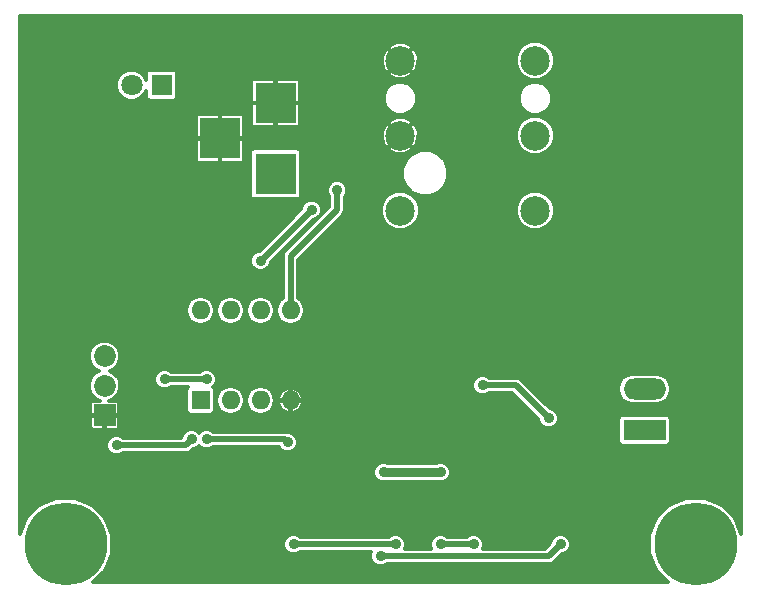
<source format=gbl>
G04 #@! TF.FileFunction,Copper,L2,Bot,Signal*
%FSLAX46Y46*%
G04 Gerber Fmt 4.6, Leading zero omitted, Abs format (unit mm)*
G04 Created by KiCad (PCBNEW 4.0.7) date 08/01/18 14:34:15*
%MOMM*%
%LPD*%
G01*
G04 APERTURE LIST*
%ADD10C,0.150000*%
%ADD11R,1.600000X1.600000*%
%ADD12O,1.600000X1.600000*%
%ADD13R,3.600000X1.800000*%
%ADD14O,3.600000X1.800000*%
%ADD15R,1.800000X1.800000*%
%ADD16C,1.800000*%
%ADD17C,2.500000*%
%ADD18R,3.500000X3.500000*%
%ADD19R,1.850000X1.850000*%
%ADD20C,1.850000*%
%ADD21C,7.000000*%
%ADD22C,0.889000*%
%ADD23C,1.270000*%
%ADD24C,0.508000*%
%ADD25C,0.762000*%
%ADD26C,0.304800*%
G04 APERTURE END LIST*
D10*
D11*
X66548000Y-83820000D03*
D12*
X74168000Y-76200000D03*
X69088000Y-83820000D03*
X71628000Y-76200000D03*
X71628000Y-83820000D03*
X69088000Y-76200000D03*
X74168000Y-83820000D03*
X66548000Y-76200000D03*
D13*
X104140000Y-86360000D03*
D14*
X104140000Y-82860000D03*
D15*
X63246000Y-57150000D03*
D16*
X60706000Y-57150000D03*
D17*
X83448000Y-55050000D03*
X83448000Y-61400000D03*
X83448000Y-67750000D03*
X94878000Y-55050000D03*
X94878000Y-61400000D03*
X94878000Y-67750000D03*
D18*
X72898000Y-64643000D03*
X72898000Y-58643000D03*
X68198000Y-61643000D03*
D19*
X58420000Y-85090000D03*
D20*
X58420000Y-82590000D03*
X58420000Y-80090000D03*
D21*
X55118000Y-96012000D03*
X108458000Y-96012000D03*
D22*
X67056000Y-82042000D03*
X63500000Y-82042000D03*
X59436000Y-87630000D03*
X65786000Y-87122000D03*
X67056000Y-87122000D03*
X73914000Y-87376000D03*
X67564000Y-69088000D03*
X68453000Y-72771000D03*
X78486000Y-71501000D03*
X78359000Y-68834000D03*
X80645000Y-70104000D03*
X79248000Y-66167000D03*
X85598000Y-85598000D03*
X80518000Y-86614000D03*
X76454000Y-90424000D03*
X76454000Y-91694000D03*
X72390000Y-90424000D03*
X72390000Y-89154000D03*
X70104000Y-86106000D03*
X72390000Y-96774000D03*
X67056000Y-95504000D03*
X67056000Y-94234000D03*
X60706000Y-96774000D03*
X61976000Y-86614000D03*
X61214000Y-66040000D03*
X60198000Y-66040000D03*
X59182000Y-66548000D03*
X59182000Y-67564000D03*
X59182000Y-68580000D03*
X59182000Y-69596000D03*
X59182000Y-70612000D03*
X59182000Y-71628000D03*
X59182000Y-72644000D03*
X60198000Y-72644000D03*
X61214000Y-72644000D03*
X62230000Y-72644000D03*
X63246000Y-72644000D03*
X64262000Y-72644000D03*
X65278000Y-72644000D03*
X65278000Y-71628000D03*
X65278000Y-70612000D03*
X65278000Y-69596000D03*
X65278000Y-68580000D03*
X65278000Y-67564000D03*
X65278000Y-66548000D03*
X64262000Y-66040000D03*
X63246000Y-66040000D03*
X62230000Y-66040000D03*
X62738000Y-76454000D03*
X61468000Y-85344000D03*
X53340000Y-68580000D03*
X55880000Y-68580000D03*
X54610000Y-71120000D03*
X54610000Y-66548000D03*
X88138000Y-74930000D03*
X88138000Y-79248000D03*
X89662000Y-76962000D03*
X86614000Y-76962000D03*
X83058000Y-93726000D03*
D23*
X89408000Y-93472000D03*
X89408000Y-92202000D03*
D22*
X95758000Y-93726000D03*
X93472000Y-86614000D03*
X55372000Y-56388000D03*
X54864000Y-59944000D03*
X68326000Y-62738000D03*
X90424000Y-82550000D03*
X96012000Y-85344000D03*
X75946000Y-67691000D03*
X71628000Y-72009000D03*
X78105000Y-66040000D03*
X82042000Y-89916000D03*
X86868000Y-89916000D03*
X74422000Y-96012000D03*
X83058000Y-96012000D03*
X86868000Y-96012000D03*
X89662000Y-96012000D03*
X81788000Y-97028000D03*
X97028000Y-96012000D03*
D24*
X67056000Y-82042000D02*
X63500000Y-82042000D01*
X65278000Y-87630000D02*
X59436000Y-87630000D01*
X65786000Y-87122000D02*
X65278000Y-87630000D01*
X73660000Y-87122000D02*
X67056000Y-87122000D01*
X73914000Y-87376000D02*
X73660000Y-87122000D01*
X60198000Y-66040000D02*
X61214000Y-66040000D01*
X59182000Y-67564000D02*
X59182000Y-66548000D01*
X59182000Y-69596000D02*
X59182000Y-68580000D01*
X59182000Y-71628000D02*
X59182000Y-70612000D01*
X60198000Y-72644000D02*
X59182000Y-72644000D01*
X62230000Y-72644000D02*
X61214000Y-72644000D01*
X64262000Y-72644000D02*
X63246000Y-72644000D01*
X65278000Y-71628000D02*
X65278000Y-72644000D01*
X65278000Y-69596000D02*
X65278000Y-70612000D01*
X65278000Y-67564000D02*
X65278000Y-68580000D01*
X64770000Y-66548000D02*
X65278000Y-66548000D01*
X64262000Y-66040000D02*
X64770000Y-66548000D01*
X62230000Y-66040000D02*
X63246000Y-66040000D01*
X93218000Y-82550000D02*
X90424000Y-82550000D01*
X96012000Y-85344000D02*
X93218000Y-82550000D01*
X71628000Y-72009000D02*
X75946000Y-67691000D01*
X74168000Y-76200000D02*
X74168000Y-71628000D01*
X78105000Y-67691000D02*
X78105000Y-66040000D01*
X74168000Y-71628000D02*
X78105000Y-67691000D01*
D25*
X86868000Y-89916000D02*
X82042000Y-89916000D01*
D24*
X83058000Y-96012000D02*
X74422000Y-96012000D01*
X89662000Y-96012000D02*
X86868000Y-96012000D01*
X96012000Y-97028000D02*
X81788000Y-97028000D01*
X97028000Y-96012000D02*
X96012000Y-97028000D01*
D26*
G36*
X112319600Y-95128315D02*
X111771616Y-93802093D01*
X110673687Y-92702246D01*
X109238440Y-92106279D01*
X107684378Y-92104923D01*
X106248093Y-92698384D01*
X105148246Y-93796313D01*
X104552279Y-95231560D01*
X104550923Y-96785622D01*
X105144384Y-98221907D01*
X106159304Y-99238600D01*
X57415075Y-99238600D01*
X58427754Y-98227687D01*
X59023721Y-96792440D01*
X59024254Y-96180512D01*
X73570953Y-96180512D01*
X73700222Y-96493366D01*
X73939375Y-96732937D01*
X74252003Y-96862752D01*
X74590512Y-96863047D01*
X74903366Y-96733778D01*
X74964851Y-96672400D01*
X81014317Y-96672400D01*
X80937248Y-96858003D01*
X80936953Y-97196512D01*
X81066222Y-97509366D01*
X81305375Y-97748937D01*
X81618003Y-97878752D01*
X81956512Y-97879047D01*
X82269366Y-97749778D01*
X82330851Y-97688400D01*
X96012000Y-97688400D01*
X96264724Y-97638130D01*
X96478973Y-97494973D01*
X97110974Y-96862972D01*
X97196512Y-96863047D01*
X97509366Y-96733778D01*
X97748937Y-96494625D01*
X97878752Y-96181997D01*
X97879047Y-95843488D01*
X97749778Y-95530634D01*
X97510625Y-95291063D01*
X97197997Y-95161248D01*
X96859488Y-95160953D01*
X96546634Y-95290222D01*
X96307063Y-95529375D01*
X96177248Y-95842003D01*
X96177172Y-95928882D01*
X95738454Y-96367600D01*
X90435683Y-96367600D01*
X90512752Y-96181997D01*
X90513047Y-95843488D01*
X90383778Y-95530634D01*
X90144625Y-95291063D01*
X89831997Y-95161248D01*
X89493488Y-95160953D01*
X89180634Y-95290222D01*
X89119149Y-95351600D01*
X87411056Y-95351600D01*
X87350625Y-95291063D01*
X87037997Y-95161248D01*
X86699488Y-95160953D01*
X86386634Y-95290222D01*
X86147063Y-95529375D01*
X86017248Y-95842003D01*
X86016953Y-96180512D01*
X86094256Y-96367600D01*
X83831683Y-96367600D01*
X83908752Y-96181997D01*
X83909047Y-95843488D01*
X83779778Y-95530634D01*
X83540625Y-95291063D01*
X83227997Y-95161248D01*
X82889488Y-95160953D01*
X82576634Y-95290222D01*
X82515149Y-95351600D01*
X74965056Y-95351600D01*
X74904625Y-95291063D01*
X74591997Y-95161248D01*
X74253488Y-95160953D01*
X73940634Y-95290222D01*
X73701063Y-95529375D01*
X73571248Y-95842003D01*
X73570953Y-96180512D01*
X59024254Y-96180512D01*
X59025077Y-95238378D01*
X58431616Y-93802093D01*
X57333687Y-92702246D01*
X55898440Y-92106279D01*
X54344378Y-92104923D01*
X52908093Y-92698384D01*
X51808246Y-93796313D01*
X51256400Y-95125305D01*
X51256400Y-90084512D01*
X81190953Y-90084512D01*
X81320222Y-90397366D01*
X81559375Y-90636937D01*
X81872003Y-90766752D01*
X82210512Y-90767047D01*
X82364549Y-90703400D01*
X86545435Y-90703400D01*
X86698003Y-90766752D01*
X87036512Y-90767047D01*
X87349366Y-90637778D01*
X87588937Y-90398625D01*
X87718752Y-90085997D01*
X87719047Y-89747488D01*
X87589778Y-89434634D01*
X87350625Y-89195063D01*
X87037997Y-89065248D01*
X86699488Y-89064953D01*
X86545451Y-89128600D01*
X82364565Y-89128600D01*
X82211997Y-89065248D01*
X81873488Y-89064953D01*
X81560634Y-89194222D01*
X81321063Y-89433375D01*
X81191248Y-89746003D01*
X81190953Y-90084512D01*
X51256400Y-90084512D01*
X51256400Y-87798512D01*
X58584953Y-87798512D01*
X58714222Y-88111366D01*
X58953375Y-88350937D01*
X59266003Y-88480752D01*
X59604512Y-88481047D01*
X59917366Y-88351778D01*
X59978851Y-88290400D01*
X65278000Y-88290400D01*
X65530724Y-88240130D01*
X65744973Y-88096973D01*
X65868974Y-87972972D01*
X65954512Y-87973047D01*
X66267366Y-87843778D01*
X66421058Y-87690354D01*
X66573375Y-87842937D01*
X66886003Y-87972752D01*
X67224512Y-87973047D01*
X67537366Y-87843778D01*
X67598851Y-87782400D01*
X73161247Y-87782400D01*
X73192222Y-87857366D01*
X73431375Y-88096937D01*
X73744003Y-88226752D01*
X74082512Y-88227047D01*
X74395366Y-88097778D01*
X74634937Y-87858625D01*
X74764752Y-87545997D01*
X74765047Y-87207488D01*
X74635778Y-86894634D01*
X74396625Y-86655063D01*
X74083997Y-86525248D01*
X73932548Y-86525116D01*
X73912724Y-86511870D01*
X73660000Y-86461600D01*
X67599056Y-86461600D01*
X67538625Y-86401063D01*
X67225997Y-86271248D01*
X66887488Y-86270953D01*
X66574634Y-86400222D01*
X66420942Y-86553646D01*
X66268625Y-86401063D01*
X65955997Y-86271248D01*
X65617488Y-86270953D01*
X65304634Y-86400222D01*
X65065063Y-86639375D01*
X64935248Y-86952003D01*
X64935233Y-86969600D01*
X59979056Y-86969600D01*
X59918625Y-86909063D01*
X59605997Y-86779248D01*
X59267488Y-86778953D01*
X58954634Y-86908222D01*
X58715063Y-87147375D01*
X58585248Y-87460003D01*
X58584953Y-87798512D01*
X51256400Y-87798512D01*
X51256400Y-85204300D01*
X57190200Y-85204300D01*
X57190200Y-86075628D01*
X57236603Y-86187655D01*
X57322344Y-86273397D01*
X57434371Y-86319800D01*
X58305700Y-86319800D01*
X58381900Y-86243600D01*
X58381900Y-85128100D01*
X58458100Y-85128100D01*
X58458100Y-86243600D01*
X58534300Y-86319800D01*
X59405629Y-86319800D01*
X59517656Y-86273397D01*
X59603397Y-86187655D01*
X59649800Y-86075628D01*
X59649800Y-85204300D01*
X59573600Y-85128100D01*
X58458100Y-85128100D01*
X58381900Y-85128100D01*
X57266400Y-85128100D01*
X57190200Y-85204300D01*
X51256400Y-85204300D01*
X51256400Y-80353670D01*
X57088369Y-80353670D01*
X57290636Y-80843192D01*
X57664838Y-81218048D01*
X57958649Y-81340049D01*
X57666808Y-81460636D01*
X57291952Y-81834838D01*
X57088831Y-82324006D01*
X57088369Y-82853670D01*
X57290636Y-83343192D01*
X57664838Y-83718048D01*
X58007177Y-83860200D01*
X57434371Y-83860200D01*
X57322344Y-83906603D01*
X57236603Y-83992345D01*
X57190200Y-84104372D01*
X57190200Y-84975700D01*
X57266400Y-85051900D01*
X58381900Y-85051900D01*
X58381900Y-85031900D01*
X58458100Y-85031900D01*
X58458100Y-85051900D01*
X59573600Y-85051900D01*
X59649800Y-84975700D01*
X59649800Y-84104372D01*
X59603397Y-83992345D01*
X59517656Y-83906603D01*
X59405629Y-83860200D01*
X58832344Y-83860200D01*
X59173192Y-83719364D01*
X59548048Y-83345162D01*
X59751169Y-82855994D01*
X59751631Y-82326330D01*
X59703776Y-82210512D01*
X62648953Y-82210512D01*
X62778222Y-82523366D01*
X63017375Y-82762937D01*
X63330003Y-82892752D01*
X63668512Y-82893047D01*
X63981366Y-82763778D01*
X64042851Y-82702400D01*
X65491065Y-82702400D01*
X65459078Y-82722983D01*
X65366285Y-82858790D01*
X65333639Y-83020000D01*
X65333639Y-84620000D01*
X65361977Y-84770603D01*
X65450983Y-84908922D01*
X65586790Y-85001715D01*
X65748000Y-85034361D01*
X67348000Y-85034361D01*
X67498603Y-85006023D01*
X67636922Y-84917017D01*
X67729715Y-84781210D01*
X67762361Y-84620000D01*
X67762361Y-83796365D01*
X67881600Y-83796365D01*
X67881600Y-83843635D01*
X67973432Y-84305304D01*
X68234946Y-84696689D01*
X68626331Y-84958203D01*
X69088000Y-85050035D01*
X69549669Y-84958203D01*
X69941054Y-84696689D01*
X70202568Y-84305304D01*
X70294400Y-83843635D01*
X70294400Y-83796365D01*
X70421600Y-83796365D01*
X70421600Y-83843635D01*
X70513432Y-84305304D01*
X70774946Y-84696689D01*
X71166331Y-84958203D01*
X71628000Y-85050035D01*
X72089669Y-84958203D01*
X72481054Y-84696689D01*
X72742568Y-84305304D01*
X72797258Y-84030358D01*
X73083407Y-84030358D01*
X73246467Y-84429401D01*
X73549822Y-84735669D01*
X73947289Y-84902534D01*
X73957643Y-84904589D01*
X74129900Y-84847894D01*
X74129900Y-83858100D01*
X74206100Y-83858100D01*
X74206100Y-84847894D01*
X74378357Y-84904589D01*
X74388711Y-84902534D01*
X74786178Y-84735669D01*
X75089533Y-84429401D01*
X75252593Y-84030358D01*
X75195947Y-83858100D01*
X74206100Y-83858100D01*
X74129900Y-83858100D01*
X73140053Y-83858100D01*
X73083407Y-84030358D01*
X72797258Y-84030358D01*
X72834400Y-83843635D01*
X72834400Y-83796365D01*
X72797259Y-83609642D01*
X73083407Y-83609642D01*
X73140053Y-83781900D01*
X74129900Y-83781900D01*
X74129900Y-82792106D01*
X74206100Y-82792106D01*
X74206100Y-83781900D01*
X75195947Y-83781900D01*
X75252593Y-83609642D01*
X75089533Y-83210599D01*
X74786178Y-82904331D01*
X74388711Y-82737466D01*
X74378357Y-82735411D01*
X74206100Y-82792106D01*
X74129900Y-82792106D01*
X73957643Y-82735411D01*
X73947289Y-82737466D01*
X73549822Y-82904331D01*
X73246467Y-83210599D01*
X73083407Y-83609642D01*
X72797259Y-83609642D01*
X72742568Y-83334696D01*
X72481054Y-82943311D01*
X72144618Y-82718512D01*
X89572953Y-82718512D01*
X89702222Y-83031366D01*
X89941375Y-83270937D01*
X90254003Y-83400752D01*
X90592512Y-83401047D01*
X90905366Y-83271778D01*
X90966851Y-83210400D01*
X92944454Y-83210400D01*
X95161028Y-85426974D01*
X95160953Y-85512512D01*
X95290222Y-85825366D01*
X95529375Y-86064937D01*
X95842003Y-86194752D01*
X96180512Y-86195047D01*
X96493366Y-86065778D01*
X96732937Y-85826625D01*
X96862752Y-85513997D01*
X96862799Y-85460000D01*
X101925639Y-85460000D01*
X101925639Y-87260000D01*
X101953977Y-87410603D01*
X102042983Y-87548922D01*
X102178790Y-87641715D01*
X102340000Y-87674361D01*
X105940000Y-87674361D01*
X106090603Y-87646023D01*
X106228922Y-87557017D01*
X106321715Y-87421210D01*
X106354361Y-87260000D01*
X106354361Y-85460000D01*
X106326023Y-85309397D01*
X106237017Y-85171078D01*
X106101210Y-85078285D01*
X105940000Y-85045639D01*
X102340000Y-85045639D01*
X102189397Y-85073977D01*
X102051078Y-85162983D01*
X101958285Y-85298790D01*
X101925639Y-85460000D01*
X96862799Y-85460000D01*
X96863047Y-85175488D01*
X96733778Y-84862634D01*
X96494625Y-84623063D01*
X96181997Y-84493248D01*
X96095119Y-84493172D01*
X94461947Y-82860000D01*
X101890374Y-82860000D01*
X101989818Y-83359938D01*
X102273010Y-83783764D01*
X102696836Y-84066956D01*
X103196774Y-84166400D01*
X105083226Y-84166400D01*
X105583164Y-84066956D01*
X106006990Y-83783764D01*
X106290182Y-83359938D01*
X106389626Y-82860000D01*
X106290182Y-82360062D01*
X106006990Y-81936236D01*
X105583164Y-81653044D01*
X105083226Y-81553600D01*
X103196774Y-81553600D01*
X102696836Y-81653044D01*
X102273010Y-81936236D01*
X101989818Y-82360062D01*
X101890374Y-82860000D01*
X94461947Y-82860000D01*
X93684973Y-82083027D01*
X93470724Y-81939870D01*
X93218000Y-81889600D01*
X90967056Y-81889600D01*
X90906625Y-81829063D01*
X90593997Y-81699248D01*
X90255488Y-81698953D01*
X89942634Y-81828222D01*
X89703063Y-82067375D01*
X89573248Y-82380003D01*
X89572953Y-82718512D01*
X72144618Y-82718512D01*
X72089669Y-82681797D01*
X71628000Y-82589965D01*
X71166331Y-82681797D01*
X70774946Y-82943311D01*
X70513432Y-83334696D01*
X70421600Y-83796365D01*
X70294400Y-83796365D01*
X70202568Y-83334696D01*
X69941054Y-82943311D01*
X69549669Y-82681797D01*
X69088000Y-82589965D01*
X68626331Y-82681797D01*
X68234946Y-82943311D01*
X67973432Y-83334696D01*
X67881600Y-83796365D01*
X67762361Y-83796365D01*
X67762361Y-83020000D01*
X67734023Y-82869397D01*
X67645017Y-82731078D01*
X67600556Y-82700699D01*
X67776937Y-82524625D01*
X67906752Y-82211997D01*
X67907047Y-81873488D01*
X67777778Y-81560634D01*
X67538625Y-81321063D01*
X67225997Y-81191248D01*
X66887488Y-81190953D01*
X66574634Y-81320222D01*
X66513149Y-81381600D01*
X64043056Y-81381600D01*
X63982625Y-81321063D01*
X63669997Y-81191248D01*
X63331488Y-81190953D01*
X63018634Y-81320222D01*
X62779063Y-81559375D01*
X62649248Y-81872003D01*
X62648953Y-82210512D01*
X59703776Y-82210512D01*
X59549364Y-81836808D01*
X59175162Y-81461952D01*
X58881351Y-81339951D01*
X59173192Y-81219364D01*
X59548048Y-80845162D01*
X59751169Y-80355994D01*
X59751631Y-79826330D01*
X59549364Y-79336808D01*
X59175162Y-78961952D01*
X58685994Y-78758831D01*
X58156330Y-78758369D01*
X57666808Y-78960636D01*
X57291952Y-79334838D01*
X57088831Y-79824006D01*
X57088369Y-80353670D01*
X51256400Y-80353670D01*
X51256400Y-76176365D01*
X65341600Y-76176365D01*
X65341600Y-76223635D01*
X65433432Y-76685304D01*
X65694946Y-77076689D01*
X66086331Y-77338203D01*
X66548000Y-77430035D01*
X67009669Y-77338203D01*
X67401054Y-77076689D01*
X67662568Y-76685304D01*
X67754400Y-76223635D01*
X67754400Y-76176365D01*
X67881600Y-76176365D01*
X67881600Y-76223635D01*
X67973432Y-76685304D01*
X68234946Y-77076689D01*
X68626331Y-77338203D01*
X69088000Y-77430035D01*
X69549669Y-77338203D01*
X69941054Y-77076689D01*
X70202568Y-76685304D01*
X70294400Y-76223635D01*
X70294400Y-76176365D01*
X70421600Y-76176365D01*
X70421600Y-76223635D01*
X70513432Y-76685304D01*
X70774946Y-77076689D01*
X71166331Y-77338203D01*
X71628000Y-77430035D01*
X72089669Y-77338203D01*
X72481054Y-77076689D01*
X72742568Y-76685304D01*
X72834400Y-76223635D01*
X72834400Y-76176365D01*
X72961600Y-76176365D01*
X72961600Y-76223635D01*
X73053432Y-76685304D01*
X73314946Y-77076689D01*
X73706331Y-77338203D01*
X74168000Y-77430035D01*
X74629669Y-77338203D01*
X75021054Y-77076689D01*
X75282568Y-76685304D01*
X75374400Y-76223635D01*
X75374400Y-76176365D01*
X75282568Y-75714696D01*
X75021054Y-75323311D01*
X74828400Y-75194584D01*
X74828400Y-71901546D01*
X78571973Y-68157973D01*
X78625387Y-68078033D01*
X81791313Y-68078033D01*
X82042953Y-68687050D01*
X82508500Y-69153409D01*
X83117076Y-69406112D01*
X83776033Y-69406687D01*
X84385050Y-69155047D01*
X84851409Y-68689500D01*
X85104112Y-68080924D01*
X85104114Y-68078033D01*
X93221313Y-68078033D01*
X93472953Y-68687050D01*
X93938500Y-69153409D01*
X94547076Y-69406112D01*
X95206033Y-69406687D01*
X95815050Y-69155047D01*
X96281409Y-68689500D01*
X96534112Y-68080924D01*
X96534687Y-67421967D01*
X96283047Y-66812950D01*
X95817500Y-66346591D01*
X95208924Y-66093888D01*
X94549967Y-66093313D01*
X93940950Y-66344953D01*
X93474591Y-66810500D01*
X93221888Y-67419076D01*
X93221313Y-68078033D01*
X85104114Y-68078033D01*
X85104687Y-67421967D01*
X84853047Y-66812950D01*
X84387500Y-66346591D01*
X83778924Y-66093888D01*
X83119967Y-66093313D01*
X82510950Y-66344953D01*
X82044591Y-66810500D01*
X81791888Y-67419076D01*
X81791313Y-68078033D01*
X78625387Y-68078033D01*
X78715130Y-67943724D01*
X78765400Y-67691000D01*
X78765400Y-66583056D01*
X78825937Y-66522625D01*
X78955752Y-66209997D01*
X78956047Y-65871488D01*
X78826778Y-65558634D01*
X78587625Y-65319063D01*
X78274997Y-65189248D01*
X77936488Y-65188953D01*
X77623634Y-65318222D01*
X77384063Y-65557375D01*
X77254248Y-65870003D01*
X77253953Y-66208512D01*
X77383222Y-66521366D01*
X77444600Y-66582851D01*
X77444600Y-67417454D01*
X73701027Y-71161027D01*
X73557870Y-71375276D01*
X73507600Y-71628000D01*
X73507600Y-75194584D01*
X73314946Y-75323311D01*
X73053432Y-75714696D01*
X72961600Y-76176365D01*
X72834400Y-76176365D01*
X72742568Y-75714696D01*
X72481054Y-75323311D01*
X72089669Y-75061797D01*
X71628000Y-74969965D01*
X71166331Y-75061797D01*
X70774946Y-75323311D01*
X70513432Y-75714696D01*
X70421600Y-76176365D01*
X70294400Y-76176365D01*
X70202568Y-75714696D01*
X69941054Y-75323311D01*
X69549669Y-75061797D01*
X69088000Y-74969965D01*
X68626331Y-75061797D01*
X68234946Y-75323311D01*
X67973432Y-75714696D01*
X67881600Y-76176365D01*
X67754400Y-76176365D01*
X67662568Y-75714696D01*
X67401054Y-75323311D01*
X67009669Y-75061797D01*
X66548000Y-74969965D01*
X66086331Y-75061797D01*
X65694946Y-75323311D01*
X65433432Y-75714696D01*
X65341600Y-76176365D01*
X51256400Y-76176365D01*
X51256400Y-72177512D01*
X70776953Y-72177512D01*
X70906222Y-72490366D01*
X71145375Y-72729937D01*
X71458003Y-72859752D01*
X71796512Y-72860047D01*
X72109366Y-72730778D01*
X72348937Y-72491625D01*
X72478752Y-72178997D01*
X72478828Y-72092118D01*
X76028974Y-68541972D01*
X76114512Y-68542047D01*
X76427366Y-68412778D01*
X76666937Y-68173625D01*
X76796752Y-67860997D01*
X76797047Y-67522488D01*
X76667778Y-67209634D01*
X76428625Y-66970063D01*
X76115997Y-66840248D01*
X75777488Y-66839953D01*
X75464634Y-66969222D01*
X75225063Y-67208375D01*
X75095248Y-67521003D01*
X75095172Y-67607882D01*
X71545026Y-71158028D01*
X71459488Y-71157953D01*
X71146634Y-71287222D01*
X70907063Y-71526375D01*
X70777248Y-71839003D01*
X70776953Y-72177512D01*
X51256400Y-72177512D01*
X51256400Y-61757300D01*
X66143200Y-61757300D01*
X66143200Y-63453628D01*
X66189603Y-63565655D01*
X66275344Y-63651397D01*
X66387371Y-63697800D01*
X68083700Y-63697800D01*
X68159900Y-63621600D01*
X68159900Y-61681100D01*
X68236100Y-61681100D01*
X68236100Y-63621600D01*
X68312300Y-63697800D01*
X70008629Y-63697800D01*
X70120656Y-63651397D01*
X70206397Y-63565655D01*
X70252800Y-63453628D01*
X70252800Y-62893000D01*
X70733639Y-62893000D01*
X70733639Y-66393000D01*
X70761977Y-66543603D01*
X70850983Y-66681922D01*
X70986790Y-66774715D01*
X71148000Y-66807361D01*
X74648000Y-66807361D01*
X74798603Y-66779023D01*
X74936922Y-66690017D01*
X75029715Y-66554210D01*
X75062361Y-66393000D01*
X75062361Y-64987445D01*
X83621261Y-64987445D01*
X83918478Y-65706764D01*
X84468342Y-66257588D01*
X85187141Y-66556060D01*
X85965445Y-66556739D01*
X86684764Y-66259522D01*
X87235588Y-65709658D01*
X87534060Y-64990859D01*
X87534739Y-64212555D01*
X87237522Y-63493236D01*
X86687658Y-62942412D01*
X85968859Y-62643940D01*
X85190555Y-62643261D01*
X84471236Y-62940478D01*
X83920412Y-63490342D01*
X83621940Y-64209141D01*
X83621261Y-64987445D01*
X75062361Y-64987445D01*
X75062361Y-62893000D01*
X75034023Y-62742397D01*
X74945017Y-62604078D01*
X74809210Y-62511285D01*
X74722211Y-62493667D01*
X82408214Y-62493667D01*
X82547301Y-62704526D01*
X83115084Y-62949908D01*
X83733550Y-62959330D01*
X84308543Y-62731358D01*
X84348699Y-62704526D01*
X84487786Y-62493667D01*
X83448000Y-61453882D01*
X82408214Y-62493667D01*
X74722211Y-62493667D01*
X74648000Y-62478639D01*
X71148000Y-62478639D01*
X70997397Y-62506977D01*
X70859078Y-62595983D01*
X70766285Y-62731790D01*
X70733639Y-62893000D01*
X70252800Y-62893000D01*
X70252800Y-61757300D01*
X70181050Y-61685550D01*
X81888670Y-61685550D01*
X82116642Y-62260543D01*
X82143474Y-62300699D01*
X82354333Y-62439786D01*
X83394118Y-61400000D01*
X83501882Y-61400000D01*
X84541667Y-62439786D01*
X84752526Y-62300699D01*
X84997908Y-61732916D01*
X84997982Y-61728033D01*
X93221313Y-61728033D01*
X93472953Y-62337050D01*
X93938500Y-62803409D01*
X94547076Y-63056112D01*
X95206033Y-63056687D01*
X95815050Y-62805047D01*
X96281409Y-62339500D01*
X96534112Y-61730924D01*
X96534687Y-61071967D01*
X96283047Y-60462950D01*
X95817500Y-59996591D01*
X95208924Y-59743888D01*
X94549967Y-59743313D01*
X93940950Y-59994953D01*
X93474591Y-60460500D01*
X93221888Y-61069076D01*
X93221313Y-61728033D01*
X84997982Y-61728033D01*
X85007330Y-61114450D01*
X84779358Y-60539457D01*
X84752526Y-60499301D01*
X84541667Y-60360214D01*
X83501882Y-61400000D01*
X83394118Y-61400000D01*
X82354333Y-60360214D01*
X82143474Y-60499301D01*
X81898092Y-61067084D01*
X81888670Y-61685550D01*
X70181050Y-61685550D01*
X70176600Y-61681100D01*
X68236100Y-61681100D01*
X68159900Y-61681100D01*
X66219400Y-61681100D01*
X66143200Y-61757300D01*
X51256400Y-61757300D01*
X51256400Y-59832372D01*
X66143200Y-59832372D01*
X66143200Y-61528700D01*
X66219400Y-61604900D01*
X68159900Y-61604900D01*
X68159900Y-59664400D01*
X68236100Y-59664400D01*
X68236100Y-61604900D01*
X70176600Y-61604900D01*
X70252800Y-61528700D01*
X70252800Y-59832372D01*
X70206397Y-59720345D01*
X70120656Y-59634603D01*
X70008629Y-59588200D01*
X68312300Y-59588200D01*
X68236100Y-59664400D01*
X68159900Y-59664400D01*
X68083700Y-59588200D01*
X66387371Y-59588200D01*
X66275344Y-59634603D01*
X66189603Y-59720345D01*
X66143200Y-59832372D01*
X51256400Y-59832372D01*
X51256400Y-58757300D01*
X70843200Y-58757300D01*
X70843200Y-60453628D01*
X70889603Y-60565655D01*
X70975344Y-60651397D01*
X71087371Y-60697800D01*
X72783700Y-60697800D01*
X72859900Y-60621600D01*
X72859900Y-58681100D01*
X72936100Y-58681100D01*
X72936100Y-60621600D01*
X73012300Y-60697800D01*
X74708629Y-60697800D01*
X74820656Y-60651397D01*
X74906397Y-60565655D01*
X74952800Y-60453628D01*
X74952800Y-60306333D01*
X82408214Y-60306333D01*
X83448000Y-61346118D01*
X84487786Y-60306333D01*
X84348699Y-60095474D01*
X83780916Y-59850092D01*
X83162450Y-59840670D01*
X82587457Y-60068642D01*
X82547301Y-60095474D01*
X82408214Y-60306333D01*
X74952800Y-60306333D01*
X74952800Y-58757300D01*
X74876600Y-58681100D01*
X72936100Y-58681100D01*
X72859900Y-58681100D01*
X70919400Y-58681100D01*
X70843200Y-58757300D01*
X51256400Y-58757300D01*
X51256400Y-57408719D01*
X59399374Y-57408719D01*
X59597842Y-57889049D01*
X59965018Y-58256866D01*
X60445001Y-58456173D01*
X60964719Y-58456626D01*
X61445049Y-58258158D01*
X61812866Y-57890982D01*
X61931639Y-57604946D01*
X61931639Y-58050000D01*
X61959977Y-58200603D01*
X62048983Y-58338922D01*
X62184790Y-58431715D01*
X62346000Y-58464361D01*
X64146000Y-58464361D01*
X64296603Y-58436023D01*
X64434922Y-58347017D01*
X64527715Y-58211210D01*
X64560361Y-58050000D01*
X64560361Y-56832372D01*
X70843200Y-56832372D01*
X70843200Y-58528700D01*
X70919400Y-58604900D01*
X72859900Y-58604900D01*
X72859900Y-56664400D01*
X72936100Y-56664400D01*
X72936100Y-58604900D01*
X74876600Y-58604900D01*
X74952800Y-58528700D01*
X74952800Y-58528523D01*
X82041356Y-58528523D01*
X82255017Y-59045621D01*
X82650298Y-59441593D01*
X83167022Y-59656155D01*
X83726523Y-59656644D01*
X84243621Y-59442983D01*
X84639593Y-59047702D01*
X84854155Y-58530978D01*
X84854157Y-58528523D01*
X93471356Y-58528523D01*
X93685017Y-59045621D01*
X94080298Y-59441593D01*
X94597022Y-59656155D01*
X95156523Y-59656644D01*
X95673621Y-59442983D01*
X96069593Y-59047702D01*
X96284155Y-58530978D01*
X96284644Y-57971477D01*
X96070983Y-57454379D01*
X95675702Y-57058407D01*
X95158978Y-56843845D01*
X94599477Y-56843356D01*
X94082379Y-57057017D01*
X93686407Y-57452298D01*
X93471845Y-57969022D01*
X93471356Y-58528523D01*
X84854157Y-58528523D01*
X84854644Y-57971477D01*
X84640983Y-57454379D01*
X84245702Y-57058407D01*
X83728978Y-56843845D01*
X83169477Y-56843356D01*
X82652379Y-57057017D01*
X82256407Y-57452298D01*
X82041845Y-57969022D01*
X82041356Y-58528523D01*
X74952800Y-58528523D01*
X74952800Y-56832372D01*
X74906397Y-56720345D01*
X74820656Y-56634603D01*
X74708629Y-56588200D01*
X73012300Y-56588200D01*
X72936100Y-56664400D01*
X72859900Y-56664400D01*
X72783700Y-56588200D01*
X71087371Y-56588200D01*
X70975344Y-56634603D01*
X70889603Y-56720345D01*
X70843200Y-56832372D01*
X64560361Y-56832372D01*
X64560361Y-56250000D01*
X64540354Y-56143667D01*
X82408214Y-56143667D01*
X82547301Y-56354526D01*
X83115084Y-56599908D01*
X83733550Y-56609330D01*
X84308543Y-56381358D01*
X84348699Y-56354526D01*
X84487786Y-56143667D01*
X83448000Y-55103882D01*
X82408214Y-56143667D01*
X64540354Y-56143667D01*
X64532023Y-56099397D01*
X64443017Y-55961078D01*
X64307210Y-55868285D01*
X64146000Y-55835639D01*
X62346000Y-55835639D01*
X62195397Y-55863977D01*
X62057078Y-55952983D01*
X61964285Y-56088790D01*
X61931639Y-56250000D01*
X61931639Y-56695277D01*
X61814158Y-56410951D01*
X61446982Y-56043134D01*
X60966999Y-55843827D01*
X60447281Y-55843374D01*
X59966951Y-56041842D01*
X59599134Y-56409018D01*
X59399827Y-56889001D01*
X59399374Y-57408719D01*
X51256400Y-57408719D01*
X51256400Y-55335550D01*
X81888670Y-55335550D01*
X82116642Y-55910543D01*
X82143474Y-55950699D01*
X82354333Y-56089786D01*
X83394118Y-55050000D01*
X83501882Y-55050000D01*
X84541667Y-56089786D01*
X84752526Y-55950699D01*
X84997908Y-55382916D01*
X84997982Y-55378033D01*
X93221313Y-55378033D01*
X93472953Y-55987050D01*
X93938500Y-56453409D01*
X94547076Y-56706112D01*
X95206033Y-56706687D01*
X95815050Y-56455047D01*
X96281409Y-55989500D01*
X96534112Y-55380924D01*
X96534687Y-54721967D01*
X96283047Y-54112950D01*
X95817500Y-53646591D01*
X95208924Y-53393888D01*
X94549967Y-53393313D01*
X93940950Y-53644953D01*
X93474591Y-54110500D01*
X93221888Y-54719076D01*
X93221313Y-55378033D01*
X84997982Y-55378033D01*
X85007330Y-54764450D01*
X84779358Y-54189457D01*
X84752526Y-54149301D01*
X84541667Y-54010214D01*
X83501882Y-55050000D01*
X83394118Y-55050000D01*
X82354333Y-54010214D01*
X82143474Y-54149301D01*
X81898092Y-54717084D01*
X81888670Y-55335550D01*
X51256400Y-55335550D01*
X51256400Y-53956333D01*
X82408214Y-53956333D01*
X83448000Y-54996118D01*
X84487786Y-53956333D01*
X84348699Y-53745474D01*
X83780916Y-53500092D01*
X83162450Y-53490670D01*
X82587457Y-53718642D01*
X82547301Y-53745474D01*
X82408214Y-53956333D01*
X51256400Y-53956333D01*
X51256400Y-51256400D01*
X112319600Y-51256400D01*
X112319600Y-95128315D01*
X112319600Y-95128315D01*
G37*
X112319600Y-95128315D02*
X111771616Y-93802093D01*
X110673687Y-92702246D01*
X109238440Y-92106279D01*
X107684378Y-92104923D01*
X106248093Y-92698384D01*
X105148246Y-93796313D01*
X104552279Y-95231560D01*
X104550923Y-96785622D01*
X105144384Y-98221907D01*
X106159304Y-99238600D01*
X57415075Y-99238600D01*
X58427754Y-98227687D01*
X59023721Y-96792440D01*
X59024254Y-96180512D01*
X73570953Y-96180512D01*
X73700222Y-96493366D01*
X73939375Y-96732937D01*
X74252003Y-96862752D01*
X74590512Y-96863047D01*
X74903366Y-96733778D01*
X74964851Y-96672400D01*
X81014317Y-96672400D01*
X80937248Y-96858003D01*
X80936953Y-97196512D01*
X81066222Y-97509366D01*
X81305375Y-97748937D01*
X81618003Y-97878752D01*
X81956512Y-97879047D01*
X82269366Y-97749778D01*
X82330851Y-97688400D01*
X96012000Y-97688400D01*
X96264724Y-97638130D01*
X96478973Y-97494973D01*
X97110974Y-96862972D01*
X97196512Y-96863047D01*
X97509366Y-96733778D01*
X97748937Y-96494625D01*
X97878752Y-96181997D01*
X97879047Y-95843488D01*
X97749778Y-95530634D01*
X97510625Y-95291063D01*
X97197997Y-95161248D01*
X96859488Y-95160953D01*
X96546634Y-95290222D01*
X96307063Y-95529375D01*
X96177248Y-95842003D01*
X96177172Y-95928882D01*
X95738454Y-96367600D01*
X90435683Y-96367600D01*
X90512752Y-96181997D01*
X90513047Y-95843488D01*
X90383778Y-95530634D01*
X90144625Y-95291063D01*
X89831997Y-95161248D01*
X89493488Y-95160953D01*
X89180634Y-95290222D01*
X89119149Y-95351600D01*
X87411056Y-95351600D01*
X87350625Y-95291063D01*
X87037997Y-95161248D01*
X86699488Y-95160953D01*
X86386634Y-95290222D01*
X86147063Y-95529375D01*
X86017248Y-95842003D01*
X86016953Y-96180512D01*
X86094256Y-96367600D01*
X83831683Y-96367600D01*
X83908752Y-96181997D01*
X83909047Y-95843488D01*
X83779778Y-95530634D01*
X83540625Y-95291063D01*
X83227997Y-95161248D01*
X82889488Y-95160953D01*
X82576634Y-95290222D01*
X82515149Y-95351600D01*
X74965056Y-95351600D01*
X74904625Y-95291063D01*
X74591997Y-95161248D01*
X74253488Y-95160953D01*
X73940634Y-95290222D01*
X73701063Y-95529375D01*
X73571248Y-95842003D01*
X73570953Y-96180512D01*
X59024254Y-96180512D01*
X59025077Y-95238378D01*
X58431616Y-93802093D01*
X57333687Y-92702246D01*
X55898440Y-92106279D01*
X54344378Y-92104923D01*
X52908093Y-92698384D01*
X51808246Y-93796313D01*
X51256400Y-95125305D01*
X51256400Y-90084512D01*
X81190953Y-90084512D01*
X81320222Y-90397366D01*
X81559375Y-90636937D01*
X81872003Y-90766752D01*
X82210512Y-90767047D01*
X82364549Y-90703400D01*
X86545435Y-90703400D01*
X86698003Y-90766752D01*
X87036512Y-90767047D01*
X87349366Y-90637778D01*
X87588937Y-90398625D01*
X87718752Y-90085997D01*
X87719047Y-89747488D01*
X87589778Y-89434634D01*
X87350625Y-89195063D01*
X87037997Y-89065248D01*
X86699488Y-89064953D01*
X86545451Y-89128600D01*
X82364565Y-89128600D01*
X82211997Y-89065248D01*
X81873488Y-89064953D01*
X81560634Y-89194222D01*
X81321063Y-89433375D01*
X81191248Y-89746003D01*
X81190953Y-90084512D01*
X51256400Y-90084512D01*
X51256400Y-87798512D01*
X58584953Y-87798512D01*
X58714222Y-88111366D01*
X58953375Y-88350937D01*
X59266003Y-88480752D01*
X59604512Y-88481047D01*
X59917366Y-88351778D01*
X59978851Y-88290400D01*
X65278000Y-88290400D01*
X65530724Y-88240130D01*
X65744973Y-88096973D01*
X65868974Y-87972972D01*
X65954512Y-87973047D01*
X66267366Y-87843778D01*
X66421058Y-87690354D01*
X66573375Y-87842937D01*
X66886003Y-87972752D01*
X67224512Y-87973047D01*
X67537366Y-87843778D01*
X67598851Y-87782400D01*
X73161247Y-87782400D01*
X73192222Y-87857366D01*
X73431375Y-88096937D01*
X73744003Y-88226752D01*
X74082512Y-88227047D01*
X74395366Y-88097778D01*
X74634937Y-87858625D01*
X74764752Y-87545997D01*
X74765047Y-87207488D01*
X74635778Y-86894634D01*
X74396625Y-86655063D01*
X74083997Y-86525248D01*
X73932548Y-86525116D01*
X73912724Y-86511870D01*
X73660000Y-86461600D01*
X67599056Y-86461600D01*
X67538625Y-86401063D01*
X67225997Y-86271248D01*
X66887488Y-86270953D01*
X66574634Y-86400222D01*
X66420942Y-86553646D01*
X66268625Y-86401063D01*
X65955997Y-86271248D01*
X65617488Y-86270953D01*
X65304634Y-86400222D01*
X65065063Y-86639375D01*
X64935248Y-86952003D01*
X64935233Y-86969600D01*
X59979056Y-86969600D01*
X59918625Y-86909063D01*
X59605997Y-86779248D01*
X59267488Y-86778953D01*
X58954634Y-86908222D01*
X58715063Y-87147375D01*
X58585248Y-87460003D01*
X58584953Y-87798512D01*
X51256400Y-87798512D01*
X51256400Y-85204300D01*
X57190200Y-85204300D01*
X57190200Y-86075628D01*
X57236603Y-86187655D01*
X57322344Y-86273397D01*
X57434371Y-86319800D01*
X58305700Y-86319800D01*
X58381900Y-86243600D01*
X58381900Y-85128100D01*
X58458100Y-85128100D01*
X58458100Y-86243600D01*
X58534300Y-86319800D01*
X59405629Y-86319800D01*
X59517656Y-86273397D01*
X59603397Y-86187655D01*
X59649800Y-86075628D01*
X59649800Y-85204300D01*
X59573600Y-85128100D01*
X58458100Y-85128100D01*
X58381900Y-85128100D01*
X57266400Y-85128100D01*
X57190200Y-85204300D01*
X51256400Y-85204300D01*
X51256400Y-80353670D01*
X57088369Y-80353670D01*
X57290636Y-80843192D01*
X57664838Y-81218048D01*
X57958649Y-81340049D01*
X57666808Y-81460636D01*
X57291952Y-81834838D01*
X57088831Y-82324006D01*
X57088369Y-82853670D01*
X57290636Y-83343192D01*
X57664838Y-83718048D01*
X58007177Y-83860200D01*
X57434371Y-83860200D01*
X57322344Y-83906603D01*
X57236603Y-83992345D01*
X57190200Y-84104372D01*
X57190200Y-84975700D01*
X57266400Y-85051900D01*
X58381900Y-85051900D01*
X58381900Y-85031900D01*
X58458100Y-85031900D01*
X58458100Y-85051900D01*
X59573600Y-85051900D01*
X59649800Y-84975700D01*
X59649800Y-84104372D01*
X59603397Y-83992345D01*
X59517656Y-83906603D01*
X59405629Y-83860200D01*
X58832344Y-83860200D01*
X59173192Y-83719364D01*
X59548048Y-83345162D01*
X59751169Y-82855994D01*
X59751631Y-82326330D01*
X59703776Y-82210512D01*
X62648953Y-82210512D01*
X62778222Y-82523366D01*
X63017375Y-82762937D01*
X63330003Y-82892752D01*
X63668512Y-82893047D01*
X63981366Y-82763778D01*
X64042851Y-82702400D01*
X65491065Y-82702400D01*
X65459078Y-82722983D01*
X65366285Y-82858790D01*
X65333639Y-83020000D01*
X65333639Y-84620000D01*
X65361977Y-84770603D01*
X65450983Y-84908922D01*
X65586790Y-85001715D01*
X65748000Y-85034361D01*
X67348000Y-85034361D01*
X67498603Y-85006023D01*
X67636922Y-84917017D01*
X67729715Y-84781210D01*
X67762361Y-84620000D01*
X67762361Y-83796365D01*
X67881600Y-83796365D01*
X67881600Y-83843635D01*
X67973432Y-84305304D01*
X68234946Y-84696689D01*
X68626331Y-84958203D01*
X69088000Y-85050035D01*
X69549669Y-84958203D01*
X69941054Y-84696689D01*
X70202568Y-84305304D01*
X70294400Y-83843635D01*
X70294400Y-83796365D01*
X70421600Y-83796365D01*
X70421600Y-83843635D01*
X70513432Y-84305304D01*
X70774946Y-84696689D01*
X71166331Y-84958203D01*
X71628000Y-85050035D01*
X72089669Y-84958203D01*
X72481054Y-84696689D01*
X72742568Y-84305304D01*
X72797258Y-84030358D01*
X73083407Y-84030358D01*
X73246467Y-84429401D01*
X73549822Y-84735669D01*
X73947289Y-84902534D01*
X73957643Y-84904589D01*
X74129900Y-84847894D01*
X74129900Y-83858100D01*
X74206100Y-83858100D01*
X74206100Y-84847894D01*
X74378357Y-84904589D01*
X74388711Y-84902534D01*
X74786178Y-84735669D01*
X75089533Y-84429401D01*
X75252593Y-84030358D01*
X75195947Y-83858100D01*
X74206100Y-83858100D01*
X74129900Y-83858100D01*
X73140053Y-83858100D01*
X73083407Y-84030358D01*
X72797258Y-84030358D01*
X72834400Y-83843635D01*
X72834400Y-83796365D01*
X72797259Y-83609642D01*
X73083407Y-83609642D01*
X73140053Y-83781900D01*
X74129900Y-83781900D01*
X74129900Y-82792106D01*
X74206100Y-82792106D01*
X74206100Y-83781900D01*
X75195947Y-83781900D01*
X75252593Y-83609642D01*
X75089533Y-83210599D01*
X74786178Y-82904331D01*
X74388711Y-82737466D01*
X74378357Y-82735411D01*
X74206100Y-82792106D01*
X74129900Y-82792106D01*
X73957643Y-82735411D01*
X73947289Y-82737466D01*
X73549822Y-82904331D01*
X73246467Y-83210599D01*
X73083407Y-83609642D01*
X72797259Y-83609642D01*
X72742568Y-83334696D01*
X72481054Y-82943311D01*
X72144618Y-82718512D01*
X89572953Y-82718512D01*
X89702222Y-83031366D01*
X89941375Y-83270937D01*
X90254003Y-83400752D01*
X90592512Y-83401047D01*
X90905366Y-83271778D01*
X90966851Y-83210400D01*
X92944454Y-83210400D01*
X95161028Y-85426974D01*
X95160953Y-85512512D01*
X95290222Y-85825366D01*
X95529375Y-86064937D01*
X95842003Y-86194752D01*
X96180512Y-86195047D01*
X96493366Y-86065778D01*
X96732937Y-85826625D01*
X96862752Y-85513997D01*
X96862799Y-85460000D01*
X101925639Y-85460000D01*
X101925639Y-87260000D01*
X101953977Y-87410603D01*
X102042983Y-87548922D01*
X102178790Y-87641715D01*
X102340000Y-87674361D01*
X105940000Y-87674361D01*
X106090603Y-87646023D01*
X106228922Y-87557017D01*
X106321715Y-87421210D01*
X106354361Y-87260000D01*
X106354361Y-85460000D01*
X106326023Y-85309397D01*
X106237017Y-85171078D01*
X106101210Y-85078285D01*
X105940000Y-85045639D01*
X102340000Y-85045639D01*
X102189397Y-85073977D01*
X102051078Y-85162983D01*
X101958285Y-85298790D01*
X101925639Y-85460000D01*
X96862799Y-85460000D01*
X96863047Y-85175488D01*
X96733778Y-84862634D01*
X96494625Y-84623063D01*
X96181997Y-84493248D01*
X96095119Y-84493172D01*
X94461947Y-82860000D01*
X101890374Y-82860000D01*
X101989818Y-83359938D01*
X102273010Y-83783764D01*
X102696836Y-84066956D01*
X103196774Y-84166400D01*
X105083226Y-84166400D01*
X105583164Y-84066956D01*
X106006990Y-83783764D01*
X106290182Y-83359938D01*
X106389626Y-82860000D01*
X106290182Y-82360062D01*
X106006990Y-81936236D01*
X105583164Y-81653044D01*
X105083226Y-81553600D01*
X103196774Y-81553600D01*
X102696836Y-81653044D01*
X102273010Y-81936236D01*
X101989818Y-82360062D01*
X101890374Y-82860000D01*
X94461947Y-82860000D01*
X93684973Y-82083027D01*
X93470724Y-81939870D01*
X93218000Y-81889600D01*
X90967056Y-81889600D01*
X90906625Y-81829063D01*
X90593997Y-81699248D01*
X90255488Y-81698953D01*
X89942634Y-81828222D01*
X89703063Y-82067375D01*
X89573248Y-82380003D01*
X89572953Y-82718512D01*
X72144618Y-82718512D01*
X72089669Y-82681797D01*
X71628000Y-82589965D01*
X71166331Y-82681797D01*
X70774946Y-82943311D01*
X70513432Y-83334696D01*
X70421600Y-83796365D01*
X70294400Y-83796365D01*
X70202568Y-83334696D01*
X69941054Y-82943311D01*
X69549669Y-82681797D01*
X69088000Y-82589965D01*
X68626331Y-82681797D01*
X68234946Y-82943311D01*
X67973432Y-83334696D01*
X67881600Y-83796365D01*
X67762361Y-83796365D01*
X67762361Y-83020000D01*
X67734023Y-82869397D01*
X67645017Y-82731078D01*
X67600556Y-82700699D01*
X67776937Y-82524625D01*
X67906752Y-82211997D01*
X67907047Y-81873488D01*
X67777778Y-81560634D01*
X67538625Y-81321063D01*
X67225997Y-81191248D01*
X66887488Y-81190953D01*
X66574634Y-81320222D01*
X66513149Y-81381600D01*
X64043056Y-81381600D01*
X63982625Y-81321063D01*
X63669997Y-81191248D01*
X63331488Y-81190953D01*
X63018634Y-81320222D01*
X62779063Y-81559375D01*
X62649248Y-81872003D01*
X62648953Y-82210512D01*
X59703776Y-82210512D01*
X59549364Y-81836808D01*
X59175162Y-81461952D01*
X58881351Y-81339951D01*
X59173192Y-81219364D01*
X59548048Y-80845162D01*
X59751169Y-80355994D01*
X59751631Y-79826330D01*
X59549364Y-79336808D01*
X59175162Y-78961952D01*
X58685994Y-78758831D01*
X58156330Y-78758369D01*
X57666808Y-78960636D01*
X57291952Y-79334838D01*
X57088831Y-79824006D01*
X57088369Y-80353670D01*
X51256400Y-80353670D01*
X51256400Y-76176365D01*
X65341600Y-76176365D01*
X65341600Y-76223635D01*
X65433432Y-76685304D01*
X65694946Y-77076689D01*
X66086331Y-77338203D01*
X66548000Y-77430035D01*
X67009669Y-77338203D01*
X67401054Y-77076689D01*
X67662568Y-76685304D01*
X67754400Y-76223635D01*
X67754400Y-76176365D01*
X67881600Y-76176365D01*
X67881600Y-76223635D01*
X67973432Y-76685304D01*
X68234946Y-77076689D01*
X68626331Y-77338203D01*
X69088000Y-77430035D01*
X69549669Y-77338203D01*
X69941054Y-77076689D01*
X70202568Y-76685304D01*
X70294400Y-76223635D01*
X70294400Y-76176365D01*
X70421600Y-76176365D01*
X70421600Y-76223635D01*
X70513432Y-76685304D01*
X70774946Y-77076689D01*
X71166331Y-77338203D01*
X71628000Y-77430035D01*
X72089669Y-77338203D01*
X72481054Y-77076689D01*
X72742568Y-76685304D01*
X72834400Y-76223635D01*
X72834400Y-76176365D01*
X72961600Y-76176365D01*
X72961600Y-76223635D01*
X73053432Y-76685304D01*
X73314946Y-77076689D01*
X73706331Y-77338203D01*
X74168000Y-77430035D01*
X74629669Y-77338203D01*
X75021054Y-77076689D01*
X75282568Y-76685304D01*
X75374400Y-76223635D01*
X75374400Y-76176365D01*
X75282568Y-75714696D01*
X75021054Y-75323311D01*
X74828400Y-75194584D01*
X74828400Y-71901546D01*
X78571973Y-68157973D01*
X78625387Y-68078033D01*
X81791313Y-68078033D01*
X82042953Y-68687050D01*
X82508500Y-69153409D01*
X83117076Y-69406112D01*
X83776033Y-69406687D01*
X84385050Y-69155047D01*
X84851409Y-68689500D01*
X85104112Y-68080924D01*
X85104114Y-68078033D01*
X93221313Y-68078033D01*
X93472953Y-68687050D01*
X93938500Y-69153409D01*
X94547076Y-69406112D01*
X95206033Y-69406687D01*
X95815050Y-69155047D01*
X96281409Y-68689500D01*
X96534112Y-68080924D01*
X96534687Y-67421967D01*
X96283047Y-66812950D01*
X95817500Y-66346591D01*
X95208924Y-66093888D01*
X94549967Y-66093313D01*
X93940950Y-66344953D01*
X93474591Y-66810500D01*
X93221888Y-67419076D01*
X93221313Y-68078033D01*
X85104114Y-68078033D01*
X85104687Y-67421967D01*
X84853047Y-66812950D01*
X84387500Y-66346591D01*
X83778924Y-66093888D01*
X83119967Y-66093313D01*
X82510950Y-66344953D01*
X82044591Y-66810500D01*
X81791888Y-67419076D01*
X81791313Y-68078033D01*
X78625387Y-68078033D01*
X78715130Y-67943724D01*
X78765400Y-67691000D01*
X78765400Y-66583056D01*
X78825937Y-66522625D01*
X78955752Y-66209997D01*
X78956047Y-65871488D01*
X78826778Y-65558634D01*
X78587625Y-65319063D01*
X78274997Y-65189248D01*
X77936488Y-65188953D01*
X77623634Y-65318222D01*
X77384063Y-65557375D01*
X77254248Y-65870003D01*
X77253953Y-66208512D01*
X77383222Y-66521366D01*
X77444600Y-66582851D01*
X77444600Y-67417454D01*
X73701027Y-71161027D01*
X73557870Y-71375276D01*
X73507600Y-71628000D01*
X73507600Y-75194584D01*
X73314946Y-75323311D01*
X73053432Y-75714696D01*
X72961600Y-76176365D01*
X72834400Y-76176365D01*
X72742568Y-75714696D01*
X72481054Y-75323311D01*
X72089669Y-75061797D01*
X71628000Y-74969965D01*
X71166331Y-75061797D01*
X70774946Y-75323311D01*
X70513432Y-75714696D01*
X70421600Y-76176365D01*
X70294400Y-76176365D01*
X70202568Y-75714696D01*
X69941054Y-75323311D01*
X69549669Y-75061797D01*
X69088000Y-74969965D01*
X68626331Y-75061797D01*
X68234946Y-75323311D01*
X67973432Y-75714696D01*
X67881600Y-76176365D01*
X67754400Y-76176365D01*
X67662568Y-75714696D01*
X67401054Y-75323311D01*
X67009669Y-75061797D01*
X66548000Y-74969965D01*
X66086331Y-75061797D01*
X65694946Y-75323311D01*
X65433432Y-75714696D01*
X65341600Y-76176365D01*
X51256400Y-76176365D01*
X51256400Y-72177512D01*
X70776953Y-72177512D01*
X70906222Y-72490366D01*
X71145375Y-72729937D01*
X71458003Y-72859752D01*
X71796512Y-72860047D01*
X72109366Y-72730778D01*
X72348937Y-72491625D01*
X72478752Y-72178997D01*
X72478828Y-72092118D01*
X76028974Y-68541972D01*
X76114512Y-68542047D01*
X76427366Y-68412778D01*
X76666937Y-68173625D01*
X76796752Y-67860997D01*
X76797047Y-67522488D01*
X76667778Y-67209634D01*
X76428625Y-66970063D01*
X76115997Y-66840248D01*
X75777488Y-66839953D01*
X75464634Y-66969222D01*
X75225063Y-67208375D01*
X75095248Y-67521003D01*
X75095172Y-67607882D01*
X71545026Y-71158028D01*
X71459488Y-71157953D01*
X71146634Y-71287222D01*
X70907063Y-71526375D01*
X70777248Y-71839003D01*
X70776953Y-72177512D01*
X51256400Y-72177512D01*
X51256400Y-61757300D01*
X66143200Y-61757300D01*
X66143200Y-63453628D01*
X66189603Y-63565655D01*
X66275344Y-63651397D01*
X66387371Y-63697800D01*
X68083700Y-63697800D01*
X68159900Y-63621600D01*
X68159900Y-61681100D01*
X68236100Y-61681100D01*
X68236100Y-63621600D01*
X68312300Y-63697800D01*
X70008629Y-63697800D01*
X70120656Y-63651397D01*
X70206397Y-63565655D01*
X70252800Y-63453628D01*
X70252800Y-62893000D01*
X70733639Y-62893000D01*
X70733639Y-66393000D01*
X70761977Y-66543603D01*
X70850983Y-66681922D01*
X70986790Y-66774715D01*
X71148000Y-66807361D01*
X74648000Y-66807361D01*
X74798603Y-66779023D01*
X74936922Y-66690017D01*
X75029715Y-66554210D01*
X75062361Y-66393000D01*
X75062361Y-64987445D01*
X83621261Y-64987445D01*
X83918478Y-65706764D01*
X84468342Y-66257588D01*
X85187141Y-66556060D01*
X85965445Y-66556739D01*
X86684764Y-66259522D01*
X87235588Y-65709658D01*
X87534060Y-64990859D01*
X87534739Y-64212555D01*
X87237522Y-63493236D01*
X86687658Y-62942412D01*
X85968859Y-62643940D01*
X85190555Y-62643261D01*
X84471236Y-62940478D01*
X83920412Y-63490342D01*
X83621940Y-64209141D01*
X83621261Y-64987445D01*
X75062361Y-64987445D01*
X75062361Y-62893000D01*
X75034023Y-62742397D01*
X74945017Y-62604078D01*
X74809210Y-62511285D01*
X74722211Y-62493667D01*
X82408214Y-62493667D01*
X82547301Y-62704526D01*
X83115084Y-62949908D01*
X83733550Y-62959330D01*
X84308543Y-62731358D01*
X84348699Y-62704526D01*
X84487786Y-62493667D01*
X83448000Y-61453882D01*
X82408214Y-62493667D01*
X74722211Y-62493667D01*
X74648000Y-62478639D01*
X71148000Y-62478639D01*
X70997397Y-62506977D01*
X70859078Y-62595983D01*
X70766285Y-62731790D01*
X70733639Y-62893000D01*
X70252800Y-62893000D01*
X70252800Y-61757300D01*
X70181050Y-61685550D01*
X81888670Y-61685550D01*
X82116642Y-62260543D01*
X82143474Y-62300699D01*
X82354333Y-62439786D01*
X83394118Y-61400000D01*
X83501882Y-61400000D01*
X84541667Y-62439786D01*
X84752526Y-62300699D01*
X84997908Y-61732916D01*
X84997982Y-61728033D01*
X93221313Y-61728033D01*
X93472953Y-62337050D01*
X93938500Y-62803409D01*
X94547076Y-63056112D01*
X95206033Y-63056687D01*
X95815050Y-62805047D01*
X96281409Y-62339500D01*
X96534112Y-61730924D01*
X96534687Y-61071967D01*
X96283047Y-60462950D01*
X95817500Y-59996591D01*
X95208924Y-59743888D01*
X94549967Y-59743313D01*
X93940950Y-59994953D01*
X93474591Y-60460500D01*
X93221888Y-61069076D01*
X93221313Y-61728033D01*
X84997982Y-61728033D01*
X85007330Y-61114450D01*
X84779358Y-60539457D01*
X84752526Y-60499301D01*
X84541667Y-60360214D01*
X83501882Y-61400000D01*
X83394118Y-61400000D01*
X82354333Y-60360214D01*
X82143474Y-60499301D01*
X81898092Y-61067084D01*
X81888670Y-61685550D01*
X70181050Y-61685550D01*
X70176600Y-61681100D01*
X68236100Y-61681100D01*
X68159900Y-61681100D01*
X66219400Y-61681100D01*
X66143200Y-61757300D01*
X51256400Y-61757300D01*
X51256400Y-59832372D01*
X66143200Y-59832372D01*
X66143200Y-61528700D01*
X66219400Y-61604900D01*
X68159900Y-61604900D01*
X68159900Y-59664400D01*
X68236100Y-59664400D01*
X68236100Y-61604900D01*
X70176600Y-61604900D01*
X70252800Y-61528700D01*
X70252800Y-59832372D01*
X70206397Y-59720345D01*
X70120656Y-59634603D01*
X70008629Y-59588200D01*
X68312300Y-59588200D01*
X68236100Y-59664400D01*
X68159900Y-59664400D01*
X68083700Y-59588200D01*
X66387371Y-59588200D01*
X66275344Y-59634603D01*
X66189603Y-59720345D01*
X66143200Y-59832372D01*
X51256400Y-59832372D01*
X51256400Y-58757300D01*
X70843200Y-58757300D01*
X70843200Y-60453628D01*
X70889603Y-60565655D01*
X70975344Y-60651397D01*
X71087371Y-60697800D01*
X72783700Y-60697800D01*
X72859900Y-60621600D01*
X72859900Y-58681100D01*
X72936100Y-58681100D01*
X72936100Y-60621600D01*
X73012300Y-60697800D01*
X74708629Y-60697800D01*
X74820656Y-60651397D01*
X74906397Y-60565655D01*
X74952800Y-60453628D01*
X74952800Y-60306333D01*
X82408214Y-60306333D01*
X83448000Y-61346118D01*
X84487786Y-60306333D01*
X84348699Y-60095474D01*
X83780916Y-59850092D01*
X83162450Y-59840670D01*
X82587457Y-60068642D01*
X82547301Y-60095474D01*
X82408214Y-60306333D01*
X74952800Y-60306333D01*
X74952800Y-58757300D01*
X74876600Y-58681100D01*
X72936100Y-58681100D01*
X72859900Y-58681100D01*
X70919400Y-58681100D01*
X70843200Y-58757300D01*
X51256400Y-58757300D01*
X51256400Y-57408719D01*
X59399374Y-57408719D01*
X59597842Y-57889049D01*
X59965018Y-58256866D01*
X60445001Y-58456173D01*
X60964719Y-58456626D01*
X61445049Y-58258158D01*
X61812866Y-57890982D01*
X61931639Y-57604946D01*
X61931639Y-58050000D01*
X61959977Y-58200603D01*
X62048983Y-58338922D01*
X62184790Y-58431715D01*
X62346000Y-58464361D01*
X64146000Y-58464361D01*
X64296603Y-58436023D01*
X64434922Y-58347017D01*
X64527715Y-58211210D01*
X64560361Y-58050000D01*
X64560361Y-56832372D01*
X70843200Y-56832372D01*
X70843200Y-58528700D01*
X70919400Y-58604900D01*
X72859900Y-58604900D01*
X72859900Y-56664400D01*
X72936100Y-56664400D01*
X72936100Y-58604900D01*
X74876600Y-58604900D01*
X74952800Y-58528700D01*
X74952800Y-58528523D01*
X82041356Y-58528523D01*
X82255017Y-59045621D01*
X82650298Y-59441593D01*
X83167022Y-59656155D01*
X83726523Y-59656644D01*
X84243621Y-59442983D01*
X84639593Y-59047702D01*
X84854155Y-58530978D01*
X84854157Y-58528523D01*
X93471356Y-58528523D01*
X93685017Y-59045621D01*
X94080298Y-59441593D01*
X94597022Y-59656155D01*
X95156523Y-59656644D01*
X95673621Y-59442983D01*
X96069593Y-59047702D01*
X96284155Y-58530978D01*
X96284644Y-57971477D01*
X96070983Y-57454379D01*
X95675702Y-57058407D01*
X95158978Y-56843845D01*
X94599477Y-56843356D01*
X94082379Y-57057017D01*
X93686407Y-57452298D01*
X93471845Y-57969022D01*
X93471356Y-58528523D01*
X84854157Y-58528523D01*
X84854644Y-57971477D01*
X84640983Y-57454379D01*
X84245702Y-57058407D01*
X83728978Y-56843845D01*
X83169477Y-56843356D01*
X82652379Y-57057017D01*
X82256407Y-57452298D01*
X82041845Y-57969022D01*
X82041356Y-58528523D01*
X74952800Y-58528523D01*
X74952800Y-56832372D01*
X74906397Y-56720345D01*
X74820656Y-56634603D01*
X74708629Y-56588200D01*
X73012300Y-56588200D01*
X72936100Y-56664400D01*
X72859900Y-56664400D01*
X72783700Y-56588200D01*
X71087371Y-56588200D01*
X70975344Y-56634603D01*
X70889603Y-56720345D01*
X70843200Y-56832372D01*
X64560361Y-56832372D01*
X64560361Y-56250000D01*
X64540354Y-56143667D01*
X82408214Y-56143667D01*
X82547301Y-56354526D01*
X83115084Y-56599908D01*
X83733550Y-56609330D01*
X84308543Y-56381358D01*
X84348699Y-56354526D01*
X84487786Y-56143667D01*
X83448000Y-55103882D01*
X82408214Y-56143667D01*
X64540354Y-56143667D01*
X64532023Y-56099397D01*
X64443017Y-55961078D01*
X64307210Y-55868285D01*
X64146000Y-55835639D01*
X62346000Y-55835639D01*
X62195397Y-55863977D01*
X62057078Y-55952983D01*
X61964285Y-56088790D01*
X61931639Y-56250000D01*
X61931639Y-56695277D01*
X61814158Y-56410951D01*
X61446982Y-56043134D01*
X60966999Y-55843827D01*
X60447281Y-55843374D01*
X59966951Y-56041842D01*
X59599134Y-56409018D01*
X59399827Y-56889001D01*
X59399374Y-57408719D01*
X51256400Y-57408719D01*
X51256400Y-55335550D01*
X81888670Y-55335550D01*
X82116642Y-55910543D01*
X82143474Y-55950699D01*
X82354333Y-56089786D01*
X83394118Y-55050000D01*
X83501882Y-55050000D01*
X84541667Y-56089786D01*
X84752526Y-55950699D01*
X84997908Y-55382916D01*
X84997982Y-55378033D01*
X93221313Y-55378033D01*
X93472953Y-55987050D01*
X93938500Y-56453409D01*
X94547076Y-56706112D01*
X95206033Y-56706687D01*
X95815050Y-56455047D01*
X96281409Y-55989500D01*
X96534112Y-55380924D01*
X96534687Y-54721967D01*
X96283047Y-54112950D01*
X95817500Y-53646591D01*
X95208924Y-53393888D01*
X94549967Y-53393313D01*
X93940950Y-53644953D01*
X93474591Y-54110500D01*
X93221888Y-54719076D01*
X93221313Y-55378033D01*
X84997982Y-55378033D01*
X85007330Y-54764450D01*
X84779358Y-54189457D01*
X84752526Y-54149301D01*
X84541667Y-54010214D01*
X83501882Y-55050000D01*
X83394118Y-55050000D01*
X82354333Y-54010214D01*
X82143474Y-54149301D01*
X81898092Y-54717084D01*
X81888670Y-55335550D01*
X51256400Y-55335550D01*
X51256400Y-53956333D01*
X82408214Y-53956333D01*
X83448000Y-54996118D01*
X84487786Y-53956333D01*
X84348699Y-53745474D01*
X83780916Y-53500092D01*
X83162450Y-53490670D01*
X82587457Y-53718642D01*
X82547301Y-53745474D01*
X82408214Y-53956333D01*
X51256400Y-53956333D01*
X51256400Y-51256400D01*
X112319600Y-51256400D01*
X112319600Y-95128315D01*
M02*

</source>
